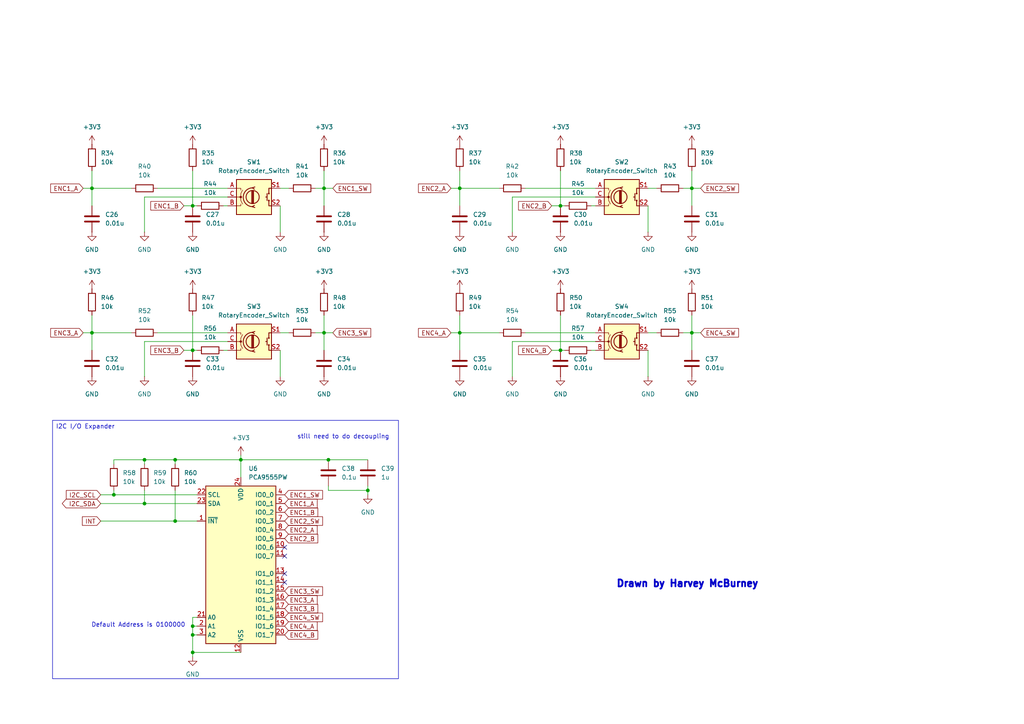
<source format=kicad_sch>
(kicad_sch (version 20231120) (generator "eeschema") (generator_version "8.0")
  (paper "A4")
  (title_block (title "Control") (date "2025-02-12"))
  (lib_symbols
    (symbol "Device:C" (pin_numbers hide) (pin_names (offset 0.254))
      (property "Reference" "C" (at 0.635 2.54 0))
      (property "Value" "C" (at 0.635 -2.54 0))
      (symbol "C_0_1"
        (polyline (pts (xy -2.032 -0.762) (xy 2.032 -0.762)) (stroke (width 0.508)))
        (polyline (pts (xy -2.032 0.762) (xy 2.032 0.762)) (stroke (width 0.508)))
      )
      (symbol "C_1_1"
        (pin passive line (at 0 3.81 270) (length 2.794) (name "~") (number "1"))
        (pin passive line (at 0 -3.81 90) (length 2.794) (name "~") (number "2"))
      )
    )
    (symbol "Device:R" (pin_numbers hide) (pin_names (offset 0))
      (property "Reference" "R" (at 2.032 0 90))
      (property "Value" "R" (at 0 0 90))
      (symbol "R_0_1"
        (rectangle (start -1.016 -2.54) (end 1.016 2.54) (stroke (width 0.254)))
      )
      (symbol "R_1_1"
        (pin passive line (at 0 3.81 270) (length 1.27) (name "~") (number "1"))
        (pin passive line (at 0 -3.81 90) (length 1.27) (name "~") (number "2"))
      )
    )
    (symbol "Device:RotaryEncoder_Switch" (pin_names (offset 0.254) hide)
      (property "Reference" "SW" (at 0 6.604 0))
      (property "Value" "RotaryEncoder_Switch" (at 0 -6.604 0))
      (symbol "RotaryEncoder_Switch_0_1"
        (rectangle (start -5.08 5.08) (end 5.08 -5.08) (stroke (width 0.254)) (fill (type background)))
        (circle (center -3.81 0) (radius 0.254) (fill (type outline)))
        (circle (center -0.381 0) (radius 1.905) (stroke (width 0.254)))
        (arc (start -0.381 2.667) (mid -3.0988 -0.0635) (end -0.381 -2.794) (stroke (width 0.254)))
        (polyline (pts (xy -0.635 -1.778) (xy -0.635 1.778)) (stroke (width 0.254)))
        (polyline (pts (xy -0.381 -1.778) (xy -0.381 1.778)) (stroke (width 0.254)))
        (polyline (pts (xy -0.127 1.778) (xy -0.127 -1.778)) (stroke (width 0.254)))
        (polyline (pts (xy 3.81 0) (xy 3.429 0)) (stroke (width 0.254)))
        (polyline (pts (xy 3.81 1.016) (xy 3.81 -1.016)) (stroke (width 0.254)))
        (polyline (pts (xy -5.08 -2.54) (xy -3.81 -2.54) (xy -3.81 -2.032)))
        (polyline (pts (xy -5.08 2.54) (xy -3.81 2.54) (xy -3.81 2.032)))
        (polyline (pts (xy 0.254 -3.048) (xy -0.508 -2.794) (xy 0.127 -2.413)) (stroke (width 0.254)))
        (polyline (pts (xy 0.254 2.921) (xy -0.508 2.667) (xy 0.127 2.286)) (stroke (width 0.254)))
        (polyline (pts (xy 5.08 -2.54) (xy 4.318 -2.54) (xy 4.318 -1.016)) (stroke (width 0.254)))
        (polyline (pts (xy 5.08 2.54) (xy 4.318 2.54) (xy 4.318 1.016)) (stroke (width 0.254)))
        (polyline (pts (xy -5.08 0) (xy -3.81 0) (xy -3.81 -1.016) (xy -3.302 -2.032)))
        (polyline (pts (xy -4.318 0) (xy -3.81 0) (xy -3.81 1.016) (xy -3.302 2.032)))
        (circle (center 4.318 -1.016) (radius 0.127) (stroke (width 0.254)))
        (circle (center 4.318 1.016) (radius 0.127) (stroke (width 0.254)))
      )
      (symbol "RotaryEncoder_Switch_1_1"
        (pin passive line (at -7.62 2.54 0) (length 2.54) (name "A") (number "A"))
        (pin passive line (at -7.62 -2.54 0) (length 2.54) (name "B") (number "B"))
        (pin passive line (at -7.62 0 0) (length 2.54) (name "C") (number "C"))
        (pin passive line (at 7.62 2.54 180) (length 2.54) (name "S1") (number "S1"))
        (pin passive line (at 7.62 -2.54 180) (length 2.54) (name "S2") (number "S2"))
      )
    )
    (symbol "Interface_Expansion:PCA9555PW"
      (property "Reference" "U" (at -8.89 24.13 0))
      (property "Value" "PCA9555PW" (at 6.35 24.13 0))
      (symbol "PCA9555PW_0_1"
        (rectangle (start -10.16 22.86) (end 10.16 -22.86) (stroke (width 0.254)) (fill (type background)))
      )
      (symbol "PCA9555PW_1_1"
        (pin open_collector line (at -12.7 12.7 0) (length 2.54) (name "~{INT}") (number "1"))
        (pin bidirectional line (at 12.7 5.08 180) (length 2.54) (name "IO0_6") (number "10"))
        (pin bidirectional line (at 12.7 2.54 180) (length 2.54) (name "IO0_7") (number "11"))
        (pin power_in line (at 0 -25.4 90) (length 2.54) (name "VSS") (number "12"))
        (pin bidirectional line (at 12.7 -2.54 180) (length 2.54) (name "IO1_0") (number "13"))
        (pin bidirectional line (at 12.7 -5.08 180) (length 2.54) (name "IO1_1") (number "14"))
        (pin bidirectional line (at 12.7 -7.62 180) (length 2.54) (name "IO1_2") (number "15"))
        (pin bidirectional line (at 12.7 -10.16 180) (length 2.54) (name "IO1_3") (number "16"))
        (pin bidirectional line (at 12.7 -12.7 180) (length 2.54) (name "IO1_4") (number "17"))
        (pin bidirectional line (at 12.7 -15.24 180) (length 2.54) (name "IO1_5") (number "18"))
        (pin bidirectional line (at 12.7 -17.78 180) (length 2.54) (name "IO1_6") (number "19"))
        (pin input line (at -12.7 -17.78 0) (length 2.54) (name "A1") (number "2"))
        (pin bidirectional line (at 12.7 -20.32 180) (length 2.54) (name "IO1_7") (number "20"))
        (pin input line (at -12.7 -15.24 0) (length 2.54) (name "A0") (number "21"))
        (pin input line (at -12.7 20.32 0) (length 2.54) (name "SCL") (number "22"))
        (pin bidirectional line (at -12.7 17.78 0) (length 2.54) (name "SDA") (number "23"))
        (pin power_in line (at 0 25.4 270) (length 2.54) (name "VDD") (number "24"))
        (pin input line (at -12.7 -20.32 0) (length 2.54) (name "A2") (number "3"))
        (pin bidirectional line (at 12.7 20.32 180) (length 2.54) (name "IO0_0") (number "4"))
        (pin bidirectional line (at 12.7 17.78 180) (length 2.54) (name "IO0_1") (number "5"))
        (pin bidirectional line (at 12.7 15.24 180) (length 2.54) (name "IO0_2") (number "6"))
        (pin bidirectional line (at 12.7 12.7 180) (length 2.54) (name "IO0_3") (number "7"))
        (pin bidirectional line (at 12.7 10.16 180) (length 2.54) (name "IO0_4") (number "8"))
        (pin bidirectional line (at 12.7 7.62 180) (length 2.54) (name "IO0_5") (number "9"))
      )
    )
    (symbol "power:+3V3" (power) (pin_numbers hide) (pin_names (offset 0) hide)
      (property "Value" "+3V3" (at 0 3.556 0))
      (symbol "+3V3_0_1"
        (polyline (pts (xy -0.762 1.27) (xy 0 2.54)))
        (polyline (pts (xy 0 0) (xy 0 2.54)))
        (polyline (pts (xy 0 2.54) (xy 0.762 1.27)))
      )
      (symbol "+3V3_1_1"
        (pin power_in line (at 0 0 90) (length 0) (name "~") (number "1"))
      )
    )
    (symbol "power:GND" (power) (pin_numbers hide) (pin_names (offset 0) hide)
      (property "Value" "GND" (at 0 -3.81 0))
      (symbol "GND_0_1"
        (polyline (pts (xy 0 0) (xy 0 -1.27) (xy 1.27 -1.27) (xy 0 -2.54) (xy -1.27 -1.27) (xy 0 -1.27)))
      )
      (symbol "GND_1_1"
        (pin power_in line (at 0 0 270) (length 0) (name "~") (number "1"))
      )
    )
  )
  (junction (at 55.88 101.6))
  (junction (at 200.66 54.61))
  (junction (at 133.35 96.52))
  (junction (at 41.91 133.35))
  (junction (at 33.02 143.51))
  (junction (at 69.85 133.35))
  (junction (at 55.88 189.23))
  (junction (at 133.35 54.61))
  (junction (at 50.8 151.13))
  (junction (at 93.98 96.52))
  (junction (at 95.25 133.35))
  (junction (at 162.56 59.69))
  (junction (at 162.56 101.6))
  (junction (at 55.88 181.61))
  (junction (at 26.67 54.61))
  (junction (at 106.68 142.24))
  (junction (at 93.98 54.61))
  (junction (at 200.66 96.52))
  (junction (at 41.91 146.05))
  (junction (at 26.67 96.52))
  (junction (at 50.8 133.35))
  (junction (at 55.88 184.15))
  (junction (at 55.88 59.69))
  (no_connect (at 82.55 166.37))
  (no_connect (at 82.55 168.91))
  (no_connect (at 82.55 161.29))
  (no_connect (at 82.55 158.75))
  (wire (pts (xy 55.88 179.07) (xy 55.88 181.61)))
  (wire (pts (xy 81.28 54.61) (xy 83.82 54.61)))
  (wire (pts (xy 133.35 59.69) (xy 133.35 54.61)))
  (wire (pts (xy 41.91 57.15) (xy 41.91 67.31)))
  (wire (pts (xy 41.91 99.06) (xy 41.91 109.22)))
  (wire (pts (xy 41.91 134.62) (xy 41.91 133.35)))
  (wire (pts (xy 95.25 133.35) (xy 106.68 133.35)))
  (wire (pts (xy 24.13 54.61) (xy 26.67 54.61)))
  (wire (pts (xy 93.98 54.61) (xy 96.52 54.61)))
  (wire (pts (xy 187.96 96.52) (xy 190.5 96.52)))
  (wire (pts (xy 162.56 59.69) (xy 163.83 59.69)))
  (wire (pts (xy 55.88 49.53) (xy 55.88 59.69)))
  (wire (pts (xy 200.66 59.69) (xy 200.66 54.61)))
  (wire (pts (xy 64.77 101.6) (xy 66.04 101.6)))
  (wire (pts (xy 66.04 99.06) (xy 41.91 99.06)))
  (wire (pts (xy 69.85 133.35) (xy 95.25 133.35)))
  (wire (pts (xy 69.85 189.23) (xy 55.88 189.23)))
  (wire (pts (xy 187.96 54.61) (xy 190.5 54.61)))
  (wire (pts (xy 26.67 91.44) (xy 26.67 96.52)))
  (wire (pts (xy 200.66 96.52) (xy 203.2 96.52)))
  (wire (pts (xy 26.67 59.69) (xy 26.67 54.61)))
  (wire (pts (xy 130.81 96.52) (xy 133.35 96.52)))
  (wire (pts (xy 81.28 67.31) (xy 81.28 59.69)))
  (wire (pts (xy 133.35 49.53) (xy 133.35 54.61)))
  (wire (pts (xy 200.66 49.53) (xy 200.66 54.61)))
  (wire (pts (xy 200.66 101.6) (xy 200.66 96.52)))
  (wire (pts (xy 45.72 96.52) (xy 66.04 96.52)))
  (wire (pts (xy 200.66 54.61) (xy 203.2 54.61)))
  (wire (pts (xy 69.85 132.08) (xy 69.85 133.35)))
  (wire (pts (xy 162.56 49.53) (xy 162.56 59.69)))
  (wire (pts (xy 64.77 59.69) (xy 66.04 59.69)))
  (wire (pts (xy 55.88 184.15) (xy 55.88 189.23)))
  (wire (pts (xy 41.91 146.05) (xy 57.15 146.05)))
  (wire (pts (xy 172.72 99.06) (xy 148.59 99.06)))
  (wire (pts (xy 66.04 57.15) (xy 41.91 57.15)))
  (wire (pts (xy 55.88 181.61) (xy 57.15 181.61)))
  (wire (pts (xy 41.91 142.24) (xy 41.91 146.05)))
  (wire (pts (xy 172.72 57.15) (xy 148.59 57.15)))
  (wire (pts (xy 133.35 91.44) (xy 133.35 96.52)))
  (wire (pts (xy 148.59 99.06) (xy 148.59 109.22)))
  (wire (pts (xy 50.8 142.24) (xy 50.8 151.13)))
  (wire (pts (xy 55.88 184.15) (xy 57.15 184.15)))
  (wire (pts (xy 133.35 96.52) (xy 144.78 96.52)))
  (wire (pts (xy 55.88 190.5) (xy 55.88 189.23)))
  (wire (pts (xy 171.45 101.6) (xy 172.72 101.6)))
  (wire (pts (xy 33.02 133.35) (xy 41.91 133.35)))
  (wire (pts (xy 55.88 101.6) (xy 57.15 101.6)))
  (wire (pts (xy 69.85 133.35) (xy 69.85 138.43)))
  (wire (pts (xy 45.72 54.61) (xy 66.04 54.61)))
  (wire (pts (xy 53.34 101.6) (xy 55.88 101.6)))
  (wire (pts (xy 93.98 49.53) (xy 93.98 54.61)))
  (wire (pts (xy 187.96 109.22) (xy 187.96 101.6)))
  (wire (pts (xy 152.4 54.61) (xy 172.72 54.61)))
  (wire (pts (xy 26.67 96.52) (xy 38.1 96.52)))
  (wire (pts (xy 50.8 151.13) (xy 57.15 151.13)))
  (wire (pts (xy 50.8 133.35) (xy 69.85 133.35)))
  (wire (pts (xy 55.88 59.69) (xy 57.15 59.69)))
  (wire (pts (xy 33.02 142.24) (xy 33.02 143.51)))
  (wire (pts (xy 29.21 143.51) (xy 33.02 143.51)))
  (wire (pts (xy 53.34 59.69) (xy 55.88 59.69)))
  (wire (pts (xy 55.88 91.44) (xy 55.88 101.6)))
  (wire (pts (xy 91.44 96.52) (xy 93.98 96.52)))
  (wire (pts (xy 187.96 67.31) (xy 187.96 59.69)))
  (wire (pts (xy 106.68 142.24) (xy 95.25 142.24)))
  (wire (pts (xy 26.67 101.6) (xy 26.67 96.52)))
  (wire (pts (xy 26.67 49.53) (xy 26.67 54.61)))
  (wire (pts (xy 133.35 54.61) (xy 144.78 54.61)))
  (wire (pts (xy 57.15 179.07) (xy 55.88 179.07)))
  (wire (pts (xy 106.68 142.24) (xy 106.68 140.97)))
  (wire (pts (xy 29.21 146.05) (xy 41.91 146.05)))
  (wire (pts (xy 24.13 96.52) (xy 26.67 96.52)))
  (wire (pts (xy 93.98 59.69) (xy 93.98 54.61)))
  (wire (pts (xy 93.98 96.52) (xy 96.52 96.52)))
  (wire (pts (xy 26.67 54.61) (xy 38.1 54.61)))
  (wire (pts (xy 81.28 96.52) (xy 83.82 96.52)))
  (wire (pts (xy 93.98 101.6) (xy 93.98 96.52)))
  (wire (pts (xy 162.56 91.44) (xy 162.56 101.6)))
  (wire (pts (xy 29.21 151.13) (xy 50.8 151.13)))
  (wire (pts (xy 152.4 96.52) (xy 172.72 96.52)))
  (wire (pts (xy 148.59 57.15) (xy 148.59 67.31)))
  (wire (pts (xy 198.12 54.61) (xy 200.66 54.61)))
  (wire (pts (xy 50.8 134.62) (xy 50.8 133.35)))
  (wire (pts (xy 55.88 181.61) (xy 55.88 184.15)))
  (wire (pts (xy 200.66 91.44) (xy 200.66 96.52)))
  (wire (pts (xy 33.02 143.51) (xy 57.15 143.51)))
  (wire (pts (xy 91.44 54.61) (xy 93.98 54.61)))
  (wire (pts (xy 160.02 59.69) (xy 162.56 59.69)))
  (wire (pts (xy 133.35 101.6) (xy 133.35 96.52)))
  (wire (pts (xy 162.56 101.6) (xy 163.83 101.6)))
  (wire (pts (xy 33.02 133.35) (xy 33.02 134.62)))
  (wire (pts (xy 106.68 143.51) (xy 106.68 142.24)))
  (wire (pts (xy 160.02 101.6) (xy 162.56 101.6)))
  (wire (pts (xy 41.91 133.35) (xy 50.8 133.35)))
  (wire (pts (xy 93.98 91.44) (xy 93.98 96.52)))
  (wire (pts (xy 95.25 142.24) (xy 95.25 140.97)))
  (wire (pts (xy 171.45 59.69) (xy 172.72 59.69)))
  (wire (pts (xy 81.28 109.22) (xy 81.28 101.6)))
  (wire (pts (xy 130.81 54.61) (xy 133.35 54.61)))
  (wire (pts (xy 198.12 96.52) (xy 200.66 96.52)))
  (text_box "I2C I/O Expander" (at 15.24 121.92 0) (size 100.33 74.93) (effects (font (size 1.27 1.27)) (justify left top)))
  (text "Default Address is 0100000" (at 40.132 181.356 0) (effects (font (size 1.27 1.27))))
  (text "still need to do decoupling" (at 99.568 126.746 0) (effects (font (size 1.27 1.27))))
  (text "Drawn by Harvey McBurney" (at 199.39 169.418 0) (effects (font (size 2 2) (thickness 0.6) (bold yes))))
  (global_label "ENC1_SW" (shape input) (at 82.55 143.51 0) (property "Intersheetrefs" "${INTERSHEET_REFS}" (effects (hide yes))))
  (global_label "I2C_SCL" (shape input) (at 29.21 143.51 180) (property "Intersheetrefs" "${INTERSHEET_REFS}" (effects (hide yes))))
  (global_label "ENC2_A" (shape input) (at 82.55 153.67 0) (property "Intersheetrefs" "${INTERSHEET_REFS}" (effects (hide yes))))
  (global_label "I2C_SDA" (shape bidirectional) (at 29.21 146.05 180) (property "Intersheetrefs" "${INTERSHEET_REFS}" (effects (hide yes))))
  (global_label "ENC1_B" (shape input) (at 53.34 59.69 180) (property "Intersheetrefs" "${INTERSHEET_REFS}" (effects (hide yes))))
  (global_label "ENC3_SW" (shape input) (at 82.55 171.45 0) (property "Intersheetrefs" "${INTERSHEET_REFS}" (effects (hide yes))))
  (global_label "ENC4_SW" (shape input) (at 203.2 96.52 0) (property "Intersheetrefs" "${INTERSHEET_REFS}" (effects (hide yes))))
  (global_label "ENC1_A" (shape input) (at 82.55 146.05 0) (property "Intersheetrefs" "${INTERSHEET_REFS}" (effects (hide yes))))
  (global_label "ENC2_B" (shape input) (at 82.55 156.21 0) (property "Intersheetrefs" "${INTERSHEET_REFS}" (effects (hide yes))))
  (global_label "ENC4_B" (shape input) (at 160.02 101.6 180) (property "Intersheetrefs" "${INTERSHEET_REFS}" (effects (hide yes))))
  (global_label "INT" (shape input) (at 29.21 151.13 180) (property "Intersheetrefs" "${INTERSHEET_REFS}" (effects (hide yes))))
  (global_label "ENC1_SW" (shape input) (at 96.52 54.61 0) (property "Intersheetrefs" "${INTERSHEET_REFS}" (effects (hide yes))))
  (global_label "ENC3_SW" (shape input) (at 96.52 96.52 0) (property "Intersheetrefs" "${INTERSHEET_REFS}" (effects (hide yes))))
  (global_label "ENC2_A" (shape input) (at 130.81 54.61 180) (property "Intersheetrefs" "${INTERSHEET_REFS}" (effects (hide yes))))
  (global_label "ENC3_A" (shape input) (at 82.55 173.99 0) (property "Intersheetrefs" "${INTERSHEET_REFS}" (effects (hide yes))))
  (global_label "ENC1_B" (shape input) (at 82.55 148.59 0) (property "Intersheetrefs" "${INTERSHEET_REFS}" (effects (hide yes))))
  (global_label "ENC4_A" (shape input) (at 130.81 96.52 180) (property "Intersheetrefs" "${INTERSHEET_REFS}" (effects (hide yes))))
  (global_label "ENC3_A" (shape input) (at 24.13 96.52 180) (property "Intersheetrefs" "${INTERSHEET_REFS}" (effects (hide yes))))
  (global_label "ENC3_B" (shape input) (at 53.34 101.6 180) (property "Intersheetrefs" "${INTERSHEET_REFS}" (effects (hide yes))))
  (global_label "ENC2_SW" (shape input) (at 82.55 151.13 0) (property "Intersheetrefs" "${INTERSHEET_REFS}" (effects (hide yes))))
  (global_label "ENC1_A" (shape input) (at 24.13 54.61 180) (property "Intersheetrefs" "${INTERSHEET_REFS}" (effects (hide yes))))
  (global_label "ENC2_B" (shape input) (at 160.02 59.69 180) (property "Intersheetrefs" "${INTERSHEET_REFS}" (effects (hide yes))))
  (global_label "ENC3_B" (shape input) (at 82.55 176.53 0) (property "Intersheetrefs" "${INTERSHEET_REFS}" (effects (hide yes))))
  (global_label "ENC2_SW" (shape input) (at 203.2 54.61 0) (property "Intersheetrefs" "${INTERSHEET_REFS}" (effects (hide yes))))
  (global_label "ENC4_B" (shape input) (at 82.55 184.15 0) (property "Intersheetrefs" "${INTERSHEET_REFS}" (effects (hide yes))))
  (global_label "ENC4_SW" (shape input) (at 82.55 179.07 0) (property "Intersheetrefs" "${INTERSHEET_REFS}" (effects (hide yes))))
  (global_label "ENC4_A" (shape input) (at 82.55 181.61 0) (property "Intersheetrefs" "${INTERSHEET_REFS}" (effects (hide yes))))
  (symbol (lib_id "power:+3V3") (at 69.85 132.08 0) (unit 1)
    (property "Reference" "#PWR083" (effects (hide yes)))
    (property "Value" "+3V3" (at 69.85 127 0))
    (property "Description" "Power symbol creates a global label with name \"+3V3\"" (effects (hide yes)))
  )
  (symbol (lib_id "Device:R") (at 200.66 87.63 180) (unit 1)
    (property "Reference" "R51" (at 203.2 86.3599 0) (effects (justify right)))
    (property "Value" "10k" (at 203.2 88.8999 0) (effects (justify right)))
    (property "Footprint" "Resistor_SMD:R_0603_1608Metric_Pad0.98x0.95mm_HandSolder" (effects (hide yes)))
    (property "Description" "Resistor" (effects (hide yes)))
  )
  (symbol (lib_id "Device:R") (at 194.31 96.52 90) (unit 1)
    (property "Reference" "R55" (at 194.31 90.17 90))
    (property "Value" "10k" (at 194.31 92.71 90))
    (property "Footprint" "Resistor_SMD:R_0603_1608Metric_Pad0.98x0.95mm_HandSolder" (effects (hide yes)))
    (property "Description" "Resistor" (effects (hide yes)))
  )
  (symbol (lib_id "power:+3V3") (at 55.88 83.82 0) (unit 1)
    (property "Reference" "#PWR068" (effects (hide yes)))
    (property "Value" "+3V3" (at 55.88 78.74 0))
    (property "Description" "Power symbol creates a global label with name \"+3V3\"" (effects (hide yes)))
  )
  (symbol (lib_id "power:+3V3") (at 93.98 41.91 0) (unit 1)
    (property "Reference" "#PWR053" (effects (hide yes)))
    (property "Value" "+3V3" (at 93.98 36.83 0))
    (property "Description" "Power symbol creates a global label with name \"+3V3\"" (effects (hide yes)))
  )
  (symbol (lib_id "Device:R") (at 87.63 54.61 90) (unit 1)
    (property "Reference" "R41" (at 87.63 48.26 90))
    (property "Value" "10k" (at 87.63 50.8 90))
    (property "Footprint" "Resistor_SMD:R_0603_1608Metric_Pad0.98x0.95mm_HandSolder" (effects (hide yes)))
    (property "Description" "Resistor" (effects (hide yes)))
  )
  (symbol (lib_id "power:GND") (at 162.56 109.22 0) (unit 1)
    (property "Reference" "#PWR080" (effects (hide yes)))
    (property "Value" "GND" (at 162.56 114.3 0))
    (property "Description" "Power symbol creates a global label with name \"GND\" , ground" (effects (hide yes)))
  )
  (symbol (lib_id "power:GND") (at 162.56 67.31 0) (unit 1)
    (property "Reference" "#PWR064" (effects (hide yes)))
    (property "Value" "GND" (at 162.56 72.39 0))
    (property "Description" "Power symbol creates a global label with name \"GND\" , ground" (effects (hide yes)))
  )
  (symbol (lib_id "Device:RotaryEncoder_Switch") (at 180.34 99.06 0) (unit 1)
    (property "Reference" "SW4" (at 180.34 88.9 0))
    (property "Value" "RotaryEncoder_Switch" (at 180.34 91.44 0))
    (property "Footprint" "Rotary_Encoder:RotaryEncoder_Bourns_Vertical_PEC12R-3x17F-Sxxxx" (effects (hide yes)))
    (property "Description" "Rotary encoder, dual channel, incremental quadrate outputs, with switch" (effects (hide yes)))
  )
  (symbol (lib_id "Device:C") (at 200.66 63.5 0) (unit 1)
    (property "Reference" "C31" (at 204.47 62.2299 0) (effects (justify left)))
    (property "Value" "0.01u" (at 204.47 64.7699 0) (effects (justify left)))
    (property "Description" "Unpolarized capacitor" (effects (hide yes)))
  )
  (symbol (lib_id "Device:R") (at 26.67 87.63 180) (unit 1)
    (property "Reference" "R46" (at 29.21 86.3599 0) (effects (justify right)))
    (property "Value" "10k" (at 29.21 88.8999 0) (effects (justify right)))
    (property "Footprint" "Resistor_SMD:R_0603_1608Metric_Pad0.98x0.95mm_HandSolder" (effects (hide yes)))
    (property "Description" "Resistor" (effects (hide yes)))
  )
  (symbol (lib_id "Device:C") (at 106.68 137.16 0) (unit 1)
    (property "Reference" "C39" (at 110.49 135.8899 0) (effects (justify left)))
    (property "Value" "1u" (at 110.49 138.4299 0) (effects (justify left)))
    (property "Description" "Unpolarized capacitor" (effects (hide yes)))
  )
  (symbol (lib_id "power:GND") (at 148.59 67.31 0) (unit 1)
    (property "Reference" "#PWR063" (effects (hide yes)))
    (property "Value" "GND" (at 148.59 72.39 0))
    (property "Description" "Power symbol creates a global label with name \"GND\" , ground" (effects (hide yes)))
  )
  (symbol (lib_id "power:+3V3") (at 200.66 83.82 0) (unit 1)
    (property "Reference" "#PWR072" (effects (hide yes)))
    (property "Value" "+3V3" (at 200.66 78.74 0))
    (property "Description" "Power symbol creates a global label with name \"+3V3\"" (effects (hide yes)))
  )
  (symbol (lib_id "Device:R") (at 148.59 96.52 90) (unit 1)
    (property "Reference" "R54" (at 148.59 90.17 90))
    (property "Value" "10k" (at 148.59 92.71 90))
    (property "Footprint" "Resistor_SMD:R_0603_1608Metric_Pad0.98x0.95mm_HandSolder" (effects (hide yes)))
    (property "Description" "Resistor" (effects (hide yes)))
  )
  (symbol (lib_id "power:GND") (at 55.88 67.31 0) (unit 1)
    (property "Reference" "#PWR059" (effects (hide yes)))
    (property "Value" "GND" (at 55.88 72.39 0))
    (property "Description" "Power symbol creates a global label with name \"GND\" , ground" (effects (hide yes)))
  )
  (symbol (lib_id "power:GND") (at 133.35 109.22 0) (unit 1)
    (property "Reference" "#PWR078" (effects (hide yes)))
    (property "Value" "GND" (at 133.35 114.3 0))
    (property "Description" "Power symbol creates a global label with name \"GND\" , ground" (effects (hide yes)))
  )
  (symbol (lib_id "Device:R") (at 162.56 45.72 180) (unit 1)
    (property "Reference" "R38" (at 165.1 44.4499 0) (effects (justify right)))
    (property "Value" "10k" (at 165.1 46.9899 0) (effects (justify right)))
    (property "Footprint" "Resistor_SMD:R_0603_1608Metric_Pad0.98x0.95mm_HandSolder" (effects (hide yes)))
    (property "Description" "Resistor" (effects (hide yes)))
  )
  (symbol (lib_id "Device:R") (at 41.91 54.61 90) (unit 1)
    (property "Reference" "R40" (at 41.91 48.26 90))
    (property "Value" "10k" (at 41.91 50.8 90))
    (property "Footprint" "Resistor_SMD:R_0603_1608Metric_Pad0.98x0.95mm_HandSolder" (effects (hide yes)))
    (property "Description" "Resistor" (effects (hide yes)))
  )
  (symbol (lib_id "power:GND") (at 26.67 109.22 0) (unit 1)
    (property "Reference" "#PWR073" (effects (hide yes)))
    (property "Value" "GND" (at 26.67 114.3 0))
    (property "Description" "Power symbol creates a global label with name \"GND\" , ground" (effects (hide yes)))
  )
  (symbol (lib_id "Device:R") (at 194.31 54.61 90) (unit 1)
    (property "Reference" "R43" (at 194.31 48.26 90))
    (property "Value" "10k" (at 194.31 50.8 90))
    (property "Footprint" "Resistor_SMD:R_0603_1608Metric_Pad0.98x0.95mm_HandSolder" (effects (hide yes)))
    (property "Description" "Resistor" (effects (hide yes)))
  )
  (symbol (lib_id "power:GND") (at 200.66 67.31 0) (unit 1)
    (property "Reference" "#PWR066" (effects (hide yes)))
    (property "Value" "GND" (at 200.66 72.39 0))
    (property "Description" "Power symbol creates a global label with name \"GND\" , ground" (effects (hide yes)))
  )
  (symbol (lib_id "Device:R") (at 41.91 96.52 90) (unit 1)
    (property "Reference" "R52" (at 41.91 90.17 90))
    (property "Value" "10k" (at 41.91 92.71 90))
    (property "Footprint" "Resistor_SMD:R_0603_1608Metric_Pad0.98x0.95mm_HandSolder" (effects (hide yes)))
    (property "Description" "Resistor" (effects (hide yes)))
  )
  (symbol (lib_id "power:GND") (at 55.88 109.22 0) (unit 1)
    (property "Reference" "#PWR075" (effects (hide yes)))
    (property "Value" "GND" (at 55.88 114.3 0))
    (property "Description" "Power symbol creates a global label with name \"GND\" , ground" (effects (hide yes)))
  )
  (symbol (lib_id "Device:C") (at 162.56 63.5 0) (unit 1)
    (property "Reference" "C30" (at 166.37 62.2299 0) (effects (justify left)))
    (property "Value" "0.01u" (at 166.37 64.7699 0) (effects (justify left)))
    (property "Description" "Unpolarized capacitor" (effects (hide yes)))
  )
  (symbol (lib_id "power:GND") (at 187.96 109.22 0) (unit 1)
    (property "Reference" "#PWR081" (effects (hide yes)))
    (property "Value" "GND" (at 187.96 114.3 0))
    (property "Description" "Power symbol creates a global label with name \"GND\" , ground" (effects (hide yes)))
  )
  (symbol (lib_id "power:+3V3") (at 26.67 83.82 0) (unit 1)
    (property "Reference" "#PWR067" (effects (hide yes)))
    (property "Value" "+3V3" (at 26.67 78.74 0))
    (property "Description" "Power symbol creates a global label with name \"+3V3\"" (effects (hide yes)))
  )
  (symbol (lib_id "Device:C") (at 55.88 105.41 0) (unit 1)
    (property "Reference" "C33" (at 59.69 104.1399 0) (effects (justify left)))
    (property "Value" "0.01u" (at 59.69 106.6799 0) (effects (justify left)))
    (property "Description" "Unpolarized capacitor" (effects (hide yes)))
  )
  (symbol (lib_id "power:+3V3") (at 162.56 41.91 0) (unit 1)
    (property "Reference" "#PWR055" (effects (hide yes)))
    (property "Value" "+3V3" (at 162.56 36.83 0))
    (property "Description" "Power symbol creates a global label with name \"+3V3\"" (effects (hide yes)))
  )
  (symbol (lib_id "Device:R") (at 148.59 54.61 90) (unit 1)
    (property "Reference" "R42" (at 148.59 48.26 90))
    (property "Value" "10k" (at 148.59 50.8 90))
    (property "Footprint" "Resistor_SMD:R_0603_1608Metric_Pad0.98x0.95mm_HandSolder" (effects (hide yes)))
    (property "Description" "Resistor" (effects (hide yes)))
  )
  (symbol (lib_id "power:+3V3") (at 26.67 41.91 0) (unit 1)
    (property "Reference" "#PWR051" (effects (hide yes)))
    (property "Value" "+3V3" (at 26.67 36.83 0))
    (property "Description" "Power symbol creates a global label with name \"+3V3\"" (effects (hide yes)))
  )
  (symbol (lib_id "Device:R") (at 167.64 101.6 90) (unit 1)
    (property "Reference" "R57" (at 167.64 95.25 90))
    (property "Value" "10k" (at 167.64 97.79 90))
    (property "Footprint" "Resistor_SMD:R_0603_1608Metric_Pad0.98x0.95mm_HandSolder" (effects (hide yes)))
    (property "Description" "Resistor" (effects (hide yes)))
  )
  (symbol (lib_id "Device:C") (at 200.66 105.41 0) (unit 1)
    (property "Reference" "C37" (at 204.47 104.1399 0) (effects (justify left)))
    (property "Value" "0.01u" (at 204.47 106.6799 0) (effects (justify left)))
    (property "Description" "Unpolarized capacitor" (effects (hide yes)))
  )
  (symbol (lib_id "power:GND") (at 93.98 67.31 0) (unit 1)
    (property "Reference" "#PWR061" (effects (hide yes)))
    (property "Value" "GND" (at 93.98 72.39 0))
    (property "Description" "Power symbol creates a global label with name \"GND\" , ground" (effects (hide yes)))
  )
  (symbol (lib_id "power:+3V3") (at 162.56 83.82 0) (unit 1)
    (property "Reference" "#PWR071" (effects (hide yes)))
    (property "Value" "+3V3" (at 162.56 78.74 0))
    (property "Description" "Power symbol creates a global label with name \"+3V3\"" (effects (hide yes)))
  )
  (symbol (lib_id "power:+3V3") (at 55.88 41.91 0) (unit 1)
    (property "Reference" "#PWR052" (effects (hide yes)))
    (property "Value" "+3V3" (at 55.88 36.83 0))
    (property "Description" "Power symbol creates a global label with name \"+3V3\"" (effects (hide yes)))
  )
  (symbol (lib_id "power:GND") (at 93.98 109.22 0) (unit 1)
    (property "Reference" "#PWR077" (effects (hide yes)))
    (property "Value" "GND" (at 93.98 114.3 0))
    (property "Description" "Power symbol creates a global label with name \"GND\" , ground" (effects (hide yes)))
  )
  (symbol (lib_id "Device:C") (at 93.98 63.5 0) (unit 1)
    (property "Reference" "C28" (at 97.79 62.2299 0) (effects (justify left)))
    (property "Value" "0.01u" (at 97.79 64.7699 0) (effects (justify left)))
    (property "Description" "Unpolarized capacitor" (effects (hide yes)))
  )
  (symbol (lib_id "power:+3V3") (at 133.35 41.91 0) (unit 1)
    (property "Reference" "#PWR054" (effects (hide yes)))
    (property "Value" "+3V3" (at 133.35 36.83 0))
    (property "Description" "Power symbol creates a global label with name \"+3V3\"" (effects (hide yes)))
  )
  (symbol (lib_id "Device:R") (at 162.56 87.63 180) (unit 1)
    (property "Reference" "R50" (at 165.1 86.3599 0) (effects (justify right)))
    (property "Value" "10k" (at 165.1 88.8999 0) (effects (justify right)))
    (property "Footprint" "Resistor_SMD:R_0603_1608Metric_Pad0.98x0.95mm_HandSolder" (effects (hide yes)))
    (property "Description" "Resistor" (effects (hide yes)))
  )
  (symbol (lib_id "Device:R") (at 60.96 59.69 90) (unit 1)
    (property "Reference" "R44" (at 60.96 53.34 90))
    (property "Value" "10k" (at 60.96 55.88 90))
    (property "Footprint" "Resistor_SMD:R_0603_1608Metric_Pad0.98x0.95mm_HandSolder" (effects (hide yes)))
    (property "Description" "Resistor" (effects (hide yes)))
  )
  (symbol (lib_id "Device:C") (at 55.88 63.5 0) (unit 1)
    (property "Reference" "C27" (at 59.69 62.2299 0) (effects (justify left)))
    (property "Value" "0.01u" (at 59.69 64.7699 0) (effects (justify left)))
    (property "Description" "Unpolarized capacitor" (effects (hide yes)))
  )
  (symbol (lib_id "Device:RotaryEncoder_Switch") (at 73.66 57.15 0) (unit 1)
    (property "Reference" "SW1" (at 73.66 46.99 0))
    (property "Value" "RotaryEncoder_Switch" (at 73.66 49.53 0))
    (property "Footprint" "Rotary_Encoder:RotaryEncoder_Bourns_Vertical_PEC12R-3x17F-Sxxxx" (effects (hide yes)))
    (property "Description" "Rotary encoder, dual channel, incremental quadrate outputs, with switch" (effects (hide yes)))
  )
  (symbol (lib_id "Device:R") (at 55.88 45.72 180) (unit 1)
    (property "Reference" "R35" (at 58.42 44.4499 0) (effects (justify right)))
    (property "Value" "10k" (at 58.42 46.9899 0) (effects (justify right)))
    (property "Footprint" "Resistor_SMD:R_0603_1608Metric_Pad0.98x0.95mm_HandSolder" (effects (hide yes)))
    (property "Description" "Resistor" (effects (hide yes)))
  )
  (symbol (lib_id "power:GND") (at 26.67 67.31 0) (unit 1)
    (property "Reference" "#PWR057" (effects (hide yes)))
    (property "Value" "GND" (at 26.67 72.39 0))
    (property "Description" "Power symbol creates a global label with name \"GND\" , ground" (effects (hide yes)))
  )
  (symbol (lib_id "Device:C") (at 26.67 105.41 0) (unit 1)
    (property "Reference" "C32" (at 30.48 104.1399 0) (effects (justify left)))
    (property "Value" "0.01u" (at 30.48 106.6799 0) (effects (justify left)))
    (property "Description" "Unpolarized capacitor" (effects (hide yes)))
  )
  (symbol (lib_id "power:+3V3") (at 93.98 83.82 0) (unit 1)
    (property "Reference" "#PWR069" (effects (hide yes)))
    (property "Value" "+3V3" (at 93.98 78.74 0))
    (property "Description" "Power symbol creates a global label with name \"+3V3\"" (effects (hide yes)))
  )
  (symbol (lib_id "Device:R") (at 26.67 45.72 180) (unit 1)
    (property "Reference" "R34" (at 29.21 44.4499 0) (effects (justify right)))
    (property "Value" "10k" (at 29.21 46.9899 0) (effects (justify right)))
    (property "Footprint" "Resistor_SMD:R_0603_1608Metric_Pad0.98x0.95mm_HandSolder" (effects (hide yes)))
    (property "Description" "Resistor" (effects (hide yes)))
  )
  (symbol (lib_id "Device:R") (at 33.02 138.43 0) (unit 1)
    (property "Reference" "R58" (at 35.56 137.1599 0) (effects (justify left)))
    (property "Value" "10k" (at 35.56 139.6999 0) (effects (justify left)))
    (property "Footprint" "Resistor_SMD:R_0603_1608Metric_Pad0.98x0.95mm_HandSolder" (effects (hide yes)))
    (property "Description" "Resistor" (effects (hide yes)))
  )
  (symbol (lib_id "Device:R") (at 60.96 101.6 90) (unit 1)
    (property "Reference" "R56" (at 60.96 95.25 90))
    (property "Value" "10k" (at 60.96 97.79 90))
    (property "Footprint" "Resistor_SMD:R_0603_1608Metric_Pad0.98x0.95mm_HandSolder" (effects (hide yes)))
    (property "Description" "Resistor" (effects (hide yes)))
  )
  (symbol (lib_id "power:+3V3") (at 200.66 41.91 0) (unit 1)
    (property "Reference" "#PWR056" (effects (hide yes)))
    (property "Value" "+3V3" (at 200.66 36.83 0))
    (property "Description" "Power symbol creates a global label with name \"+3V3\"" (effects (hide yes)))
  )
  (symbol (lib_id "Device:R") (at 167.64 59.69 90) (unit 1)
    (property "Reference" "R45" (at 167.64 53.34 90))
    (property "Value" "10k" (at 167.64 55.88 90))
    (property "Footprint" "Resistor_SMD:R_0603_1608Metric_Pad0.98x0.95mm_HandSolder" (effects (hide yes)))
    (property "Description" "Resistor" (effects (hide yes)))
  )
  (symbol (lib_id "Device:C") (at 93.98 105.41 0) (unit 1)
    (property "Reference" "C34" (at 97.79 104.1399 0) (effects (justify left)))
    (property "Value" "0.01u" (at 97.79 106.6799 0) (effects (justify left)))
    (property "Description" "Unpolarized capacitor" (effects (hide yes)))
  )
  (symbol (lib_id "Device:R") (at 200.66 45.72 180) (unit 1)
    (property "Reference" "R39" (at 203.2 44.4499 0) (effects (justify right)))
    (property "Value" "10k" (at 203.2 46.9899 0) (effects (justify right)))
    (property "Footprint" "Resistor_SMD:R_0603_1608Metric_Pad0.98x0.95mm_HandSolder" (effects (hide yes)))
    (property "Description" "Resistor" (effects (hide yes)))
  )
  (symbol (lib_id "power:GND") (at 41.91 67.31 0) (unit 1)
    (property "Reference" "#PWR058" (effects (hide yes)))
    (property "Value" "GND" (at 41.91 72.39 0))
    (property "Description" "Power symbol creates a global label with name \"GND\" , ground" (effects (hide yes)))
  )
  (symbol (lib_id "power:GND") (at 187.96 67.31 0) (unit 1)
    (property "Reference" "#PWR065" (effects (hide yes)))
    (property "Value" "GND" (at 187.96 72.39 0))
    (property "Description" "Power symbol creates a global label with name \"GND\" , ground" (effects (hide yes)))
  )
  (symbol (lib_id "Device:C") (at 133.35 105.41 0) (unit 1)
    (property "Reference" "C35" (at 137.16 104.1399 0) (effects (justify left)))
    (property "Value" "0.01u" (at 137.16 106.6799 0) (effects (justify left)))
    (property "Description" "Unpolarized capacitor" (effects (hide yes)))
  )
  (symbol (lib_id "Device:R") (at 50.8 138.43 0) (unit 1)
    (property "Reference" "R60" (at 53.34 137.1599 0) (effects (justify left)))
    (property "Value" "10k" (at 53.34 139.6999 0) (effects (justify left)))
    (property "Footprint" "Resistor_SMD:R_0603_1608Metric_Pad0.98x0.95mm_HandSolder" (effects (hide yes)))
    (property "Description" "Resistor" (effects (hide yes)))
  )
  (symbol (lib_id "Device:R") (at 87.63 96.52 90) (unit 1)
    (property "Reference" "R53" (at 87.63 90.17 90))
    (property "Value" "10k" (at 87.63 92.71 90))
    (property "Footprint" "Resistor_SMD:R_0603_1608Metric_Pad0.98x0.95mm_HandSolder" (effects (hide yes)))
    (property "Description" "Resistor" (effects (hide yes)))
  )
  (symbol (lib_id "Device:C") (at 95.25 137.16 0) (unit 1)
    (property "Reference" "C38" (at 99.06 135.8899 0) (effects (justify left)))
    (property "Value" "0.1u" (at 99.06 138.4299 0) (effects (justify left)))
    (property "Description" "Unpolarized capacitor" (effects (hide yes)))
  )
  (symbol (lib_id "Device:R") (at 55.88 87.63 180) (unit 1)
    (property "Reference" "R47" (at 58.42 86.3599 0) (effects (justify right)))
    (property "Value" "10k" (at 58.42 88.8999 0) (effects (justify right)))
    (property "Footprint" "Resistor_SMD:R_0603_1608Metric_Pad0.98x0.95mm_HandSolder" (effects (hide yes)))
    (property "Description" "Resistor" (effects (hide yes)))
  )
  (symbol (lib_id "Device:R") (at 133.35 45.72 180) (unit 1)
    (property "Reference" "R37" (at 135.89 44.4499 0) (effects (justify right)))
    (property "Value" "10k" (at 135.89 46.9899 0) (effects (justify right)))
    (property "Footprint" "Resistor_SMD:R_0603_1608Metric_Pad0.98x0.95mm_HandSolder" (effects (hide yes)))
    (property "Description" "Resistor" (effects (hide yes)))
  )
  (symbol (lib_id "power:GND") (at 55.88 190.5 0) (unit 1)
    (property "Reference" "#PWR085" (effects (hide yes)))
    (property "Value" "GND" (at 55.88 195.58 0))
    (property "Description" "Power symbol creates a global label with name \"GND\" , ground" (effects (hide yes)))
  )
  (symbol (lib_id "power:+3V3") (at 133.35 83.82 0) (unit 1)
    (property "Reference" "#PWR070" (effects (hide yes)))
    (property "Value" "+3V3" (at 133.35 78.74 0))
    (property "Description" "Power symbol creates a global label with name \"+3V3\"" (effects (hide yes)))
  )
  (symbol (lib_id "power:GND") (at 106.68 143.51 0) (unit 1)
    (property "Reference" "#PWR084" (effects (hide yes)))
    (property "Value" "GND" (at 106.68 148.59 0))
    (property "Description" "Power symbol creates a global label with name \"GND\" , ground" (effects (hide yes)))
  )
  (symbol (lib_id "power:GND") (at 81.28 109.22 0) (unit 1)
    (property "Reference" "#PWR076" (effects (hide yes)))
    (property "Value" "GND" (at 81.28 114.3 0))
    (property "Description" "Power symbol creates a global label with name \"GND\" , ground" (effects (hide yes)))
  )
  (symbol (lib_id "power:GND") (at 133.35 67.31 0) (unit 1)
    (property "Reference" "#PWR062" (effects (hide yes)))
    (property "Value" "GND" (at 133.35 72.39 0))
    (property "Description" "Power symbol creates a global label with name \"GND\" , ground" (effects (hide yes)))
  )
  (symbol (lib_id "Device:C") (at 133.35 63.5 0) (unit 1)
    (property "Reference" "C29" (at 137.16 62.2299 0) (effects (justify left)))
    (property "Value" "0.01u" (at 137.16 64.7699 0) (effects (justify left)))
    (property "Description" "Unpolarized capacitor" (effects (hide yes)))
  )
  (symbol (lib_id "Device:R") (at 41.91 138.43 0) (unit 1)
    (property "Reference" "R59" (at 44.45 137.1599 0) (effects (justify left)))
    (property "Value" "10k" (at 44.45 139.6999 0) (effects (justify left)))
    (property "Footprint" "Resistor_SMD:R_0603_1608Metric_Pad0.98x0.95mm_HandSolder" (effects (hide yes)))
    (property "Description" "Resistor" (effects (hide yes)))
  )
  (symbol (lib_id "Device:R") (at 93.98 45.72 180) (unit 1)
    (property "Reference" "R36" (at 96.52 44.4499 0) (effects (justify right)))
    (property "Value" "10k" (at 96.52 46.9899 0) (effects (justify right)))
    (property "Footprint" "Resistor_SMD:R_0603_1608Metric_Pad0.98x0.95mm_HandSolder" (effects (hide yes)))
    (property "Description" "Resistor" (effects (hide yes)))
  )
  (symbol (lib_id "Interface_Expansion:PCA9555PW") (at 69.85 163.83 0) (unit 1)
    (property "Reference" "U6" (at 72.0441 135.89 0) (effects (justify left)))
    (property "Value" "PCA9555PW" (at 72.0441 138.43 0) (effects (justify left)))
    (property "Footprint" "Package_SO:TSSOP-24_4.4x7.8mm_P0.65mm" (effects (hide yes)))
    (property "Datasheet" "https://www.nxp.com/docs/en/data-sheet/PCA9555.pdf" (effects (hide yes)))
    (property "Description" "IO expander 16 GPIO, I2C 400kHz, Interrupt, 2.3 - 5.5V, TSSOP-24" (effects (hide yes)))
  )
  (symbol (lib_id "power:GND") (at 148.59 109.22 0) (unit 1)
    (property "Reference" "#PWR079" (effects (hide yes)))
    (property "Value" "GND" (at 148.59 114.3 0))
    (property "Description" "Power symbol creates a global label with name \"GND\" , ground" (effects (hide yes)))
  )
  (symbol (lib_id "power:GND") (at 200.66 109.22 0) (unit 1)
    (property "Reference" "#PWR082" (effects (hide yes)))
    (property "Value" "GND" (at 200.66 114.3 0))
    (property "Description" "Power symbol creates a global label with name \"GND\" , ground" (effects (hide yes)))
  )
  (symbol (lib_id "Device:RotaryEncoder_Switch") (at 180.34 57.15 0) (unit 1)
    (property "Reference" "SW2" (at 180.34 46.99 0))
    (property "Value" "RotaryEncoder_Switch" (at 180.34 49.53 0))
    (property "Footprint" "Rotary_Encoder:RotaryEncoder_Bourns_Vertical_PEC12R-3x17F-Sxxxx" (effects (hide yes)))
    (property "Description" "Rotary encoder, dual channel, incremental quadrate outputs, with switch" (effects (hide yes)))
  )
  (symbol (lib_id "Device:C") (at 26.67 63.5 0) (unit 1)
    (property "Reference" "C26" (at 30.48 62.2299 0) (effects (justify left)))
    (property "Value" "0.01u" (at 30.48 64.7699 0) (effects (justify left)))
    (property "Description" "Unpolarized capacitor" (effects (hide yes)))
  )
  (symbol (lib_id "Device:C") (at 162.56 105.41 0) (unit 1)
    (property "Reference" "C36" (at 166.37 104.1399 0) (effects (justify left)))
    (property "Value" "0.01u" (at 166.37 106.6799 0) (effects (justify left)))
    (property "Description" "Unpolarized capacitor" (effects (hide yes)))
  )
  (symbol (lib_id "power:GND") (at 81.28 67.31 0) (unit 1)
    (property "Reference" "#PWR060" (effects (hide yes)))
    (property "Value" "GND" (at 81.28 72.39 0))
    (property "Description" "Power symbol creates a global label with name \"GND\" , ground" (effects (hide yes)))
  )
  (symbol (lib_id "Device:R") (at 133.35 87.63 180) (unit 1)
    (property "Reference" "R49" (at 135.89 86.3599 0) (effects (justify right)))
    (property "Value" "10k" (at 135.89 88.8999 0) (effects (justify right)))
    (property "Footprint" "Resistor_SMD:R_0603_1608Metric_Pad0.98x0.95mm_HandSolder" (effects (hide yes)))
    (property "Description" "Resistor" (effects (hide yes)))
  )
  (symbol (lib_id "Device:R") (at 93.98 87.63 180) (unit 1)
    (property "Reference" "R48" (at 96.52 86.3599 0) (effects (justify right)))
    (property "Value" "10k" (at 96.52 88.8999 0) (effects (justify right)))
    (property "Footprint" "Resistor_SMD:R_0603_1608Metric_Pad0.98x0.95mm_HandSolder" (effects (hide yes)))
    (property "Description" "Resistor" (effects (hide yes)))
  )
  (symbol (lib_id "power:GND") (at 41.91 109.22 0) (unit 1)
    (property "Reference" "#PWR074" (effects (hide yes)))
    (property "Value" "GND" (at 41.91 114.3 0))
    (property "Description" "Power symbol creates a global label with name \"GND\" , ground" (effects (hide yes)))
  )
  (symbol (lib_id "Device:RotaryEncoder_Switch") (at 73.66 99.06 0) (unit 1)
    (property "Reference" "SW3" (at 73.66 88.9 0))
    (property "Value" "RotaryEncoder_Switch" (at 73.66 91.44 0))
    (property "Footprint" "Rotary_Encoder:RotaryEncoder_Bourns_Vertical_PEC12R-3x17F-Sxxxx" (effects (hide yes)))
    (property "Description" "Rotary encoder, dual channel, incremental quadrate outputs, with switch" (effects (hide yes)))
  )
)
</source>
